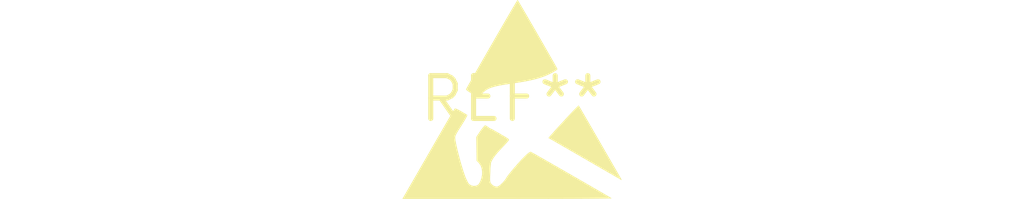
<source format=kicad_pcb>
(kicad_pcb (version 20240108) (generator pcbnew)
  (layers (0 "F.Cu" signal) (31 "B.Cu" signal) (34 "B.Paste" user) (35 "F.Paste" user) (36 "B.SilkS" user "B.Silkscreen") (37 "F.SilkS" user "F.Silkscreen") (38 "B.Mask" user) (39 "F.Mask" user) (44 "Edge.Cuts" user))
  (net 0 "")
  (footprint "ESD-Logo_6.6x6mm_SilkScreen" (layer "F.Cu") (at 0 0)
    (property "Reference" "REF**")
    (property "Value" "ESD-Logo_6.6x6mm_SilkScreen")
    (fp_poly (pts (xy 1.987528 0.234619) (xy 1.998908 0.253693) (xy 2.024488 0.297421) (xy 2.063002 0.363619) (xy 2.113186 0.450102) (xy 2.173775 0.554685) (xy 2.243503 0.675183) (xy 2.321107 0.809412) (xy 2.40532 0.955187) (xy 2.494879 1.110323) (xy 2.586998 1.27) (xy 2.681076 1.433117) (xy 2.771402 1.589709) (xy 2.856665 1.737506) (xy 2.935557 1.87424) (xy 3.006769 1.997642) (xy 3.068991 2.105444) (xy 3.120913 2.195377) (xy 3.161228 2.265173) (xy 3.188624 2.312564) (xy 3.201507 2.334786) (xy 3.222507 2.37233) (xy 3.233925 2.395831) (xy 3.234551 2.39992) (xy 3.220636 2.392242) (xy 3.181941 2.370203) (xy 3.120487 2.334971) (xy 3.038298 2.287711) (xy 2.937396 2.229589) (xy 2.819805 2.161771) (xy 2.687546 2.085424) (xy 2.542642 2.001714) (xy 2.387117 1.911806) (xy 2.222992 1.816867) (xy 2.160549 1.780732) (xy 1.993487 1.684083) (xy 1.834074 1.591938) (xy 1.684355 1.505475) (xy 1.546376 1.425871) (xy 1.422185 1.354305) (xy 1.313827 1.291955) (xy 1.223348 1.239998) (xy 1.152796 1.199613) (xy 1.104215 1.171978) (xy 1.079654 1.158272) (xy 1.077085 1.156974) (xy 1.084569 1.14522) (xy 1.110614 1.113795) (xy 1.152559 1.065594) (xy 1.207746 1.00351) (xy 1.273517 0.930439) (xy 1.347212 0.849276) (xy 1.426173 0.762916) (xy 1.50774 0.674253) (xy 1.589254 0.586182) (xy 1.668057 0.501599) (xy 1.74149 0.423397) (xy 1.806893 0.354472) (xy 1.861608 0.297719) (xy 1.902977 0.256032) (xy 1.917164 0.242363) (xy 1.96418 0.198201) (xy 1.987528 0.234619)) (layer "F.SilkS") (stroke (width 0.01)) (fill solid))
    (fp_poly (pts (xy 0.164043 -2.914165) (xy 0.187065 -2.876755) (xy 0.222534 -2.817486) (xy 0.268996 -2.738882) (xy 0.324996 -2.643462) (xy 0.389081 -2.53375) (xy 0.459796 -2.412266) (xy 0.535687 -2.281532) (xy 0.615299 -2.14407) (xy 0.697178 -2.002402) (xy 0.77987 -1.859049) (xy 0.861921 -1.716533) (xy 0.941876 -1.577376) (xy 1.018281 -1.444099) (xy 1.089682 -1.319224) (xy 1.154624 -1.205273) (xy 1.211653 -1.104767) (xy 1.259315 -1.020228) (xy 1.296155 -0.954178) (xy 1.32072 -0.909138) (xy 1.331554 -0.88763) (xy 1.331951 -0.886286) (xy 1.318501 -0.868035) (xy 1.281114 -0.840118) (xy 1.224235 -0.805275) (xy 1.152312 -0.766246) (xy 1.077015 -0.729157) (xy 0.97456 -0.684183) (xy 0.866817 -0.643774) (xy 0.750073 -0.607031) (xy 0.620618 -0.573058) (xy 0.47474 -0.540956) (xy 0.308726 -0.509827) (xy 0.118866 -0.478773) (xy -0.077531 -0.449855) (xy -0.248166 -0.4242) (xy -0.391455 -0.398802) (xy -0.510992 -0.372398) (xy -0.61037 -0.343727) (xy -0.693182 -0.311527) (xy -0.763022 -0.274535) (xy -0.823482 -0.231488) (xy -0.878155 -0.181125) (xy -0.895786 -0.162417) (xy -0.934 -0.118861) (xy -0.962268 -0.083318) (xy -0.975382 -0.062417) (xy -0.975732 -0.060703) (xy -0.98032 -0.050194) (xy -0.996242 -0.050076) (xy -1.026734 -0.061746) (xy -1.075032 -0.086604) (xy -1.144373 -0.126048) (xy -1.192561 -0.154413) (xy -1.264417 -0.198753) (xy -1.320258 -0.236721) (xy -1.356333 -0.265584) (xy -1.368887 -0.282612) (xy -1.368879 -0.282736) (xy -1.361094 -0.298963) (xy -1.339108 -0.3396) (xy -1.304197 -0.402433) (xy -1.257637 -0.485248) (xy -1.200705 -0.585828) (xy -1.134677 -0.70196) (xy -1.060828 -0.831429) (xy -0.980436 -0.97202) (xy -0.894776 -1.121518) (xy -0.805124 -1.277708) (xy -0.712757 -1.438376) (xy -0.618951 -1.601307) (xy -0.524982 -1.764287) (xy -0.432126 -1.9251) (xy -0.34166 -2.081532) (xy -0.254859 -2.231367) (xy -0.173 -2.372392) (xy -0.097359 -2.502391) (xy -0.029213 -2.619151) (xy 0.030163 -2.720455) (xy 0.079493 -2.804089) (xy 0.1175 -2.867838) (xy 0.142907 -2.909489) (xy 0.15444 -2.926825) (xy 0.154923 -2.927195) (xy 0.164043 -2.914165)) (layer "F.SilkS") (stroke (width 0.01)) (fill solid))
    (fp_poly (pts (xy -1.677906 0.291158) (xy -1.645381 0.303736) (xy -1.595807 0.328712) (xy -1.524626 0.367876) (xy -1.519084 0.370988) (xy -1.453526 0.408476) (xy -1.398202 0.441319) (xy -1.358545 0.466205) (xy -1.339988 0.47982) (xy -1.339469 0.480487) (xy -1.343952 0.49939) (xy -1.364514 0.541605) (xy -1.399817 0.604832) (xy -1.44852 0.686772) (xy -1.509282 0.785122) (xy -1.580764 0.897585) (xy -1.598555 0.925165) (xy -1.644907 1.001699) (xy -1.678658 1.067556) (xy -1.696847 1.116782) (xy -1.698714 1.126507) (xy -1.697885 1.169312) (xy -1.688606 1.237209) (xy -1.672032 1.325843) (xy -1.64932 1.430859) (xy -1.621627 1.547902) (xy -1.59011 1.672616) (xy -1.555925 1.800645) (xy -1.520229 1.927634) (xy -1.484179 2.049228) (xy -1.448932 2.161072) (xy -1.415644 2.25881) (xy -1.385472 2.338087) (xy -1.364439 2.385122) (xy -1.339663 2.435225) (xy -1.31627 2.483168) (xy -1.315003 2.485793) (xy -1.276301 2.53422) (xy -1.219816 2.566828) (xy -1.154061 2.582454) (xy -1.087549 2.579937) (xy -1.028795 2.558114) (xy -0.995742 2.529382) (xy -0.948141 2.450583) (xy -0.913261 2.352378) (xy -0.894123 2.244779) (xy -0.891412 2.18378) (xy -0.90233 2.069935) (xy -0.934376 1.97566) (xy -0.989274 1.896379) (xy -1.006393 1.878733) (xy -1.057339 1.829235) (xy -1.060837 1.479362) (xy -1.064336 1.129489) (xy -0.975182 0.994531) (xy -0.933346 0.933445) (xy -0.893055 0.878493) (xy -0.860057 0.837336) (xy -0.845874 0.822192) (xy -0.805719 0.78481) (xy -0.751335 0.814098) (xy -0.716961 0.835084) (xy -0.698154 0.851378) (xy -0.696951 0.854307) (xy -0.684097 0.866728) (xy -0.662104 0.875977) (xy -0.64085 0.884313) (xy -0.608306 0.900149) (xy -0.561678 0.925033) (xy -0.498171 0.960509) (xy -0.414992 1.008123) (xy -0.309347 1.069422) (xy -0.251938 1.102932) (xy -0.184406 1.143071) (xy -0.140115 1.171659) (xy -0.115145 1.192039) (xy -0.105577 1.207553) (xy -0.107492 1.221546) (xy -0.109089 1.224796) (xy -0.124624 1.245266) (xy -0.157864 1.283665) (xy -0.204938 1.335696) (xy -0.261972 1.397066) (xy -0.3113 1.44909) (xy -0.42497 1.572567) (xy -0.513895 1.679591) (xy -0.578866 1.77124) (xy -0.620679 1.848588) (xy -0.634783 1.887866) (xy -0.640608 1.922249) (xy -0.646625 1.980899) (xy -0.652304 2.057117) (xy -0.657116 2.144202) (xy -0.659381 2.199268) (xy -0.662541 2.294464) (xy -0.663931 2.364062) (xy -0.663142 2.413409) (xy -0.659765 2.447854) (xy -0.653392 2.472743) (xy -0.643613 2.493425) (xy -0.635933 2.506053) (xy -0.591579 2.554726) (xy -0.534426 2.588645) (xy -0.474292 2.603438) (xy -0.429227 2.598086) (xy -0.388424 2.57493) (xy -0.337276 2.533462) (xy -0.282958 2.480912) (xy -0.232643 2.424516) (xy -0.193506 2.371505) (xy -0.179095 2.345889) (xy -0.157509 2.310814) (xy -0.118247 2.257389) (xy -0.064898 2.189789) (xy -0.001048 2.11219) (xy 0.069715 2.028768) (xy 0.143804 1.943698) (xy 0.217632 1.861155) (xy 0.287611 1.785316) (xy 0.350155 1.720356) (xy 0.39926 1.672669) (xy 0.453779 1.625032) (xy 0.499642 1.589908) (xy 0.531811 1.570949) (xy 0.542489 1.568864) (xy 0.558853 1.577274) (xy 0.599671 1.599846) (xy 0.662586 1.635224) (xy 0.745244 1.682054) (xy 0.845289 1.738981) (xy 0.960366 1.804649) (xy 1.088119 1.877703) (xy 1.226194 1.956788) (xy 1.372234 2.040548) (xy 1.523884 2.127629) (xy 1.67879 2.216676) (xy 1.834595 2.306332) (xy 1.988944 2.395243) (xy 2.139482 2.482054) (xy 2.283854 2.565409) (xy 2.419704 2.643954) (xy 2.544677 2.716333) (xy 2.656417 2.78119) (xy 2.75257 2.837171) (xy 2.830779 2.88292) (xy 2.888689 2.917083) (xy 2.923946 2.938304) (xy 2.934165 2.944963) (xy 2.920402 2.94628) (xy 2.877104 2.947559) (xy 2.805714 2.948796) (xy 2.707673 2.949983) (xy 2.584422 2.951115) (xy 2.437403 2.952186) (xy 2.268057 2.953189) (xy 2.077826 2.954119) (xy 1.868151 2.954968) (xy 1.640473 2.955732) (xy 1.396235 2.956403) (xy 1.136877 2.956976) (xy 0.863841 2.957444) (xy 0.578568 2.957802) (xy 0.2825 2.958042) (xy -0.022921 2.958159) (xy -0.151076 2.958171) (xy -3.25103 2.958171) (xy -3.029947 2.574847) (xy -2.983144 2.49368) (xy -2.922898 2.389166) (xy -2.851222 2.264801) (xy -2.770131 2.124082) (xy -2.681638 1.970503) (xy -2.58776 1.807562) (xy -2.490509 1.638754) (xy -2.3919 1.467575) (xy -2.293947 1.297521) (xy -2.269175 1.254512) (xy -2.178848 1.097857) (xy -2.092711 0.948803) (xy -2.012058 0.809568) (xy -1.938184 0.682371) (xy -1.872383 0.569432) (xy -1.81595 0.472968) (xy -1.770179 0.3952) (xy -1.736365 0.338346) (xy -1.715802 0.304625) (xy -1.710047 0.29604) (xy -1.697942 0.289189) (xy -1.677906 0.291158)) (layer "F.SilkS") (stroke (width 0.01)) (fill solid))
  )
)
</source>
